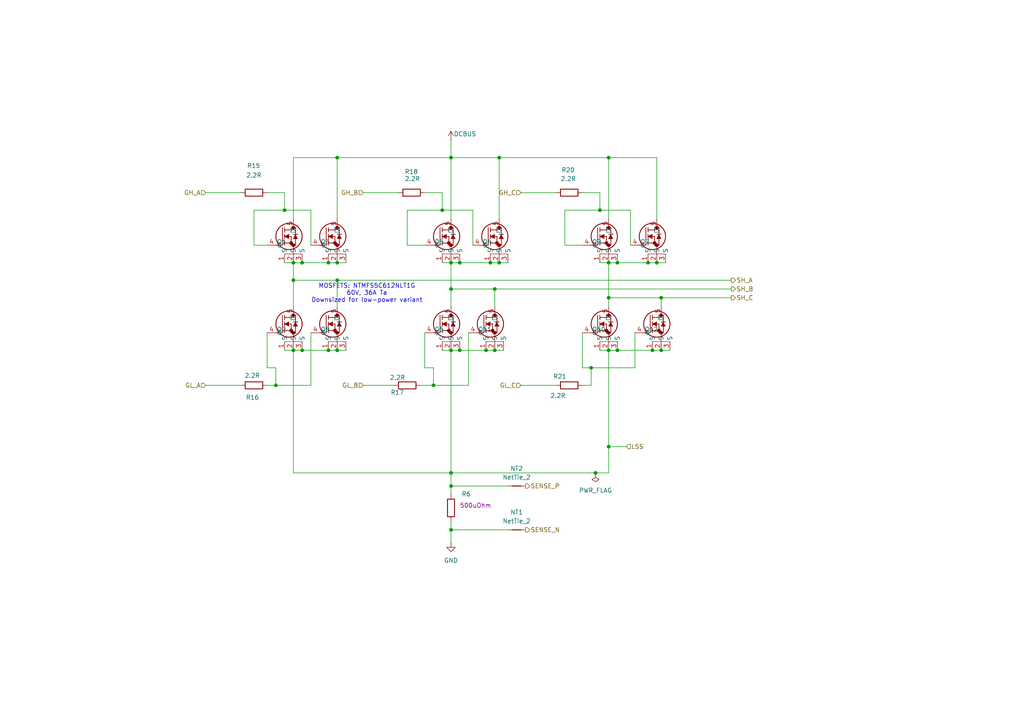
<source format=kicad_sch>
(kicad_sch (version 20231120) (generator "eeschema") (generator_version "8.0")
  (paper "A4")
  (junction (at 187.96 76.2))
  (junction (at 130.81 76.2))
  (junction (at 176.53 101.6))
  (junction (at 130.81 83.82))
  (junction (at 133.35 101.6))
  (junction (at 143.51 83.82))
  (junction (at 190.5 76.2))
  (junction (at 130.81 101.6))
  (junction (at 125.73 111.76))
  (junction (at 176.53 76.2))
  (junction (at 128.27 60.96))
  (junction (at 95.25 76.2))
  (junction (at 97.79 101.6))
  (junction (at 172.72 137.16))
  (junction (at 179.07 76.2))
  (junction (at 85.09 81.28))
  (junction (at 142.24 76.2))
  (junction (at 144.78 45.72))
  (junction (at 80.01 111.76))
  (junction (at 173.99 60.96))
  (junction (at 85.09 76.2))
  (junction (at 191.77 101.6))
  (junction (at 143.51 101.6))
  (junction (at 97.79 76.2))
  (junction (at 82.55 60.96))
  (junction (at 144.78 76.2))
  (junction (at 130.81 45.72))
  (junction (at 133.35 76.2))
  (junction (at 130.81 153.67))
  (junction (at 189.23 101.6))
  (junction (at 87.63 101.6))
  (junction (at 95.25 101.6))
  (junction (at 140.97 101.6))
  (junction (at 130.81 137.16))
  (junction (at 191.77 86.36))
  (junction (at 130.81 140.97))
  (junction (at 171.45 106.68))
  (junction (at 176.53 86.36))
  (junction (at 176.53 45.72))
  (junction (at 176.53 129.54))
  (junction (at 87.63 76.2))
  (junction (at 85.09 101.6))
  (junction (at 97.79 81.28))
  (junction (at 179.07 101.6))
  (junction (at 97.79 45.72))
  (wire (pts (xy 182.88 60.96) (xy 182.88 71.12)))
  (wire (pts (xy 176.53 101.6) (xy 176.53 129.54)))
  (wire (pts (xy 130.81 101.6) (xy 130.81 137.16)))
  (wire (pts (xy 130.81 137.16) (xy 130.81 140.97)))
  (wire (pts (xy 125.73 111.76) (xy 125.73 106.68)))
  (wire (pts (xy 130.81 45.72) (xy 144.78 45.72)))
  (wire (pts (xy 171.45 106.68) (xy 184.15 106.68)))
  (wire (pts (xy 128.27 60.96) (xy 118.11 60.96)))
  (wire (pts (xy 179.07 101.6) (xy 176.53 101.6)))
  (wire (pts (xy 130.81 140.97) (xy 147.32 140.97)))
  (wire (pts (xy 80.01 111.76) (xy 90.17 111.76)))
  (wire (pts (xy 82.55 60.96) (xy 90.17 60.96)))
  (wire (pts (xy 168.91 111.76) (xy 171.45 111.76)))
  (wire (pts (xy 143.51 83.82) (xy 212.09 83.82)))
  (wire (pts (xy 128.27 55.88) (xy 128.27 60.96)))
  (wire (pts (xy 97.79 81.28) (xy 97.79 88.9)))
  (wire (pts (xy 130.81 151.13) (xy 130.81 153.67)))
  (wire (pts (xy 143.51 83.82) (xy 143.51 88.9)))
  (wire (pts (xy 130.81 76.2) (xy 128.27 76.2)))
  (wire (pts (xy 77.47 111.76) (xy 80.01 111.76)))
  (wire (pts (xy 173.99 60.96) (xy 182.88 60.96)))
  (wire (pts (xy 77.47 106.68) (xy 80.01 106.68)))
  (wire (pts (xy 77.47 96.52) (xy 77.47 106.68)))
  (wire (pts (xy 130.81 83.82) (xy 130.81 88.9)))
  (wire (pts (xy 191.77 86.36) (xy 191.77 88.9)))
  (wire (pts (xy 189.23 101.6) (xy 191.77 101.6)))
  (wire (pts (xy 173.99 55.88) (xy 173.99 60.96)))
  (wire (pts (xy 82.55 101.6) (xy 85.09 101.6)))
  (wire (pts (xy 176.53 129.54) (xy 176.53 137.16)))
  (wire (pts (xy 151.13 55.88) (xy 161.29 55.88)))
  (wire (pts (xy 163.83 60.96) (xy 163.83 71.12)))
  (wire (pts (xy 87.63 76.2) (xy 95.25 76.2)))
  (wire (pts (xy 85.09 76.2) (xy 85.09 81.28)))
  (wire (pts (xy 133.35 76.2) (xy 142.24 76.2)))
  (wire (pts (xy 87.63 101.6) (xy 95.25 101.6)))
  (wire (pts (xy 105.41 111.76) (xy 114.3 111.76)))
  (wire (pts (xy 118.11 60.96) (xy 118.11 71.12)))
  (wire (pts (xy 87.63 101.6) (xy 85.09 101.6)))
  (wire (pts (xy 82.55 60.96) (xy 73.66 60.96)))
  (wire (pts (xy 176.53 86.36) (xy 191.77 86.36)))
  (wire (pts (xy 190.5 45.72) (xy 190.5 63.5)))
  (wire (pts (xy 97.79 45.72) (xy 97.79 63.5)))
  (wire (pts (xy 130.81 83.82) (xy 143.51 83.82)))
  (wire (pts (xy 176.53 45.72) (xy 176.53 63.5)))
  (wire (pts (xy 82.55 55.88) (xy 82.55 60.96)))
  (wire (pts (xy 85.09 81.28) (xy 97.79 81.28)))
  (wire (pts (xy 123.19 106.68) (xy 125.73 106.68)))
  (wire (pts (xy 130.81 45.72) (xy 130.81 40.64)))
  (wire (pts (xy 140.97 101.6) (xy 143.51 101.6)))
  (wire (pts (xy 130.81 140.97) (xy 130.81 143.51)))
  (wire (pts (xy 130.81 76.2) (xy 130.81 83.82)))
  (wire (pts (xy 144.78 45.72) (xy 176.53 45.72)))
  (wire (pts (xy 85.09 76.2) (xy 82.55 76.2)))
  (wire (pts (xy 97.79 101.6) (xy 100.33 101.6)))
  (wire (pts (xy 144.78 76.2) (xy 147.32 76.2)))
  (wire (pts (xy 171.45 111.76) (xy 171.45 106.68)))
  (wire (pts (xy 144.78 45.72) (xy 144.78 63.5)))
  (wire (pts (xy 123.19 55.88) (xy 128.27 55.88)))
  (wire (pts (xy 85.09 137.16) (xy 130.81 137.16)))
  (wire (pts (xy 176.53 101.6) (xy 173.99 101.6)))
  (wire (pts (xy 121.92 111.76) (xy 125.73 111.76)))
  (wire (pts (xy 130.81 153.67) (xy 130.81 157.48)))
  (wire (pts (xy 130.81 137.16) (xy 172.72 137.16)))
  (wire (pts (xy 168.91 55.88) (xy 173.99 55.88)))
  (wire (pts (xy 191.77 101.6) (xy 194.31 101.6)))
  (wire (pts (xy 80.01 106.68) (xy 80.01 111.76)))
  (wire (pts (xy 59.69 55.88) (xy 69.85 55.88)))
  (wire (pts (xy 187.96 76.2) (xy 190.5 76.2)))
  (wire (pts (xy 97.79 76.2) (xy 100.33 76.2)))
  (wire (pts (xy 73.66 60.96) (xy 73.66 71.12)))
  (wire (pts (xy 77.47 55.88) (xy 82.55 55.88)))
  (wire (pts (xy 73.66 71.12) (xy 77.47 71.12)))
  (wire (pts (xy 97.79 81.28) (xy 212.09 81.28)))
  (wire (pts (xy 97.79 45.72) (xy 130.81 45.72)))
  (wire (pts (xy 176.53 45.72) (xy 190.5 45.72)))
  (wire (pts (xy 133.35 76.2) (xy 130.81 76.2)))
  (wire (pts (xy 173.99 60.96) (xy 163.83 60.96)))
  (wire (pts (xy 85.09 81.28) (xy 85.09 88.9)))
  (wire (pts (xy 128.27 60.96) (xy 137.16 60.96)))
  (wire (pts (xy 142.24 76.2) (xy 144.78 76.2)))
  (wire (pts (xy 135.89 96.52) (xy 135.89 111.76)))
  (wire (pts (xy 176.53 76.2) (xy 173.99 76.2)))
  (wire (pts (xy 179.07 76.2) (xy 187.96 76.2)))
  (wire (pts (xy 90.17 60.96) (xy 90.17 71.12)))
  (wire (pts (xy 168.91 96.52) (xy 168.91 106.68)))
  (wire (pts (xy 85.09 63.5) (xy 85.09 45.72)))
  (wire (pts (xy 95.25 101.6) (xy 97.79 101.6)))
  (wire (pts (xy 125.73 111.76) (xy 135.89 111.76)))
  (wire (pts (xy 179.07 101.6) (xy 189.23 101.6)))
  (wire (pts (xy 95.25 76.2) (xy 97.79 76.2)))
  (wire (pts (xy 130.81 153.67) (xy 147.32 153.67)))
  (wire (pts (xy 90.17 111.76) (xy 90.17 96.52)))
  (wire (pts (xy 168.91 106.68) (xy 171.45 106.68)))
  (wire (pts (xy 85.09 101.6) (xy 85.09 137.16)))
  (wire (pts (xy 85.09 45.72) (xy 97.79 45.72)))
  (wire (pts (xy 151.13 111.76) (xy 161.29 111.76)))
  (wire (pts (xy 172.72 137.16) (xy 176.53 137.16)))
  (wire (pts (xy 163.83 71.12) (xy 168.91 71.12)))
  (wire (pts (xy 59.69 111.76) (xy 69.85 111.76)))
  (wire (pts (xy 118.11 71.12) (xy 123.19 71.12)))
  (wire (pts (xy 181.61 129.54) (xy 176.53 129.54)))
  (wire (pts (xy 176.53 76.2) (xy 176.53 86.36)))
  (wire (pts (xy 143.51 101.6) (xy 146.05 101.6)))
  (wire (pts (xy 191.77 86.36) (xy 212.09 86.36)))
  (wire (pts (xy 123.19 96.52) (xy 123.19 106.68)))
  (wire (pts (xy 137.16 60.96) (xy 137.16 71.12)))
  (wire (pts (xy 133.35 101.6) (xy 130.81 101.6)))
  (wire (pts (xy 130.81 101.6) (xy 128.27 101.6)))
  (wire (pts (xy 190.5 76.2) (xy 193.04 76.2)))
  (wire (pts (xy 105.41 55.88) (xy 115.57 55.88)))
  (wire (pts (xy 133.35 101.6) (xy 140.97 101.6)))
  (wire (pts (xy 176.53 76.2) (xy 179.07 76.2)))
  (wire (pts (xy 176.53 86.36) (xy 176.53 88.9)))
  (wire (pts (xy 130.81 45.72) (xy 130.81 63.5)))
  (wire (pts (xy 85.09 76.2) (xy 87.63 76.2)))
  (wire (pts (xy 184.15 96.52) (xy 184.15 106.68)))
  (text "MOSFETS: NTMFS5C612NLT1G\n60V, 36A Ta\nDownsized for low-power variant" (at 106.426 87.884 0) (effects (font (size 1.27 1.27)) (justify bottom)))
  (hierarchical_label "GL_C" (shape input) (at 151.13 111.76 180))
  (hierarchical_label "GL_B" (shape input) (at 105.41 111.76 180))
  (hierarchical_label "LSS" (shape input) (at 181.61 129.54 0))
  (hierarchical_label "GH_B" (shape input) (at 105.41 55.88 180))
  (hierarchical_label "SENSE_N" (shape output) (at 152.4 153.67 0))
  (hierarchical_label "SENSE_P" (shape output) (at 152.4 140.97 0))
  (hierarchical_label "GL_A" (shape input) (at 59.69 111.76 180))
  (hierarchical_label "SH_A" (shape output) (at 212.09 81.28 0))
  (hierarchical_label "GH_C" (shape input) (at 151.13 55.88 180))
  (hierarchical_label "SH_B" (shape output) (at 212.09 83.82 0))
  (hierarchical_label "SH_C" (shape output) (at 212.09 86.36 0))
  (hierarchical_label "GH_A" (shape input) (at 59.69 55.88 180))
  (symbol (lib_name "NTMFS5C612NLT1G_3") (lib_id "2024-07-02_05-47-45:NTMFS5C612NLT1G") (at 77.47 71.12 0) (unit 1)
    (property "Reference" "Q1" (at 80.264 70.866 0) (effects (justify left bottom)))
    (property "Footprint" "Package_SO:ONSemi_SO-8FL_488AA" (effects (hide yes)))
    (property "Datasheet" "NTMFS5C612NLT1G" (effects (hide yes)))
    (property "Description" "MOSFET N-CH 30V 13A SO8FL" (effects (hide yes)))
    (property "SUPPLIER 1" "Digi-Key" (effects (hide yes)))
    (property "SUPPLIER PART NUMBER 1" "NTMFS4935NT1GOSCT-ND" (effects (hide yes)))
    (property "MANUFACTURER" "ON Semiconductor" (effects (hide yes)))
    (property "ROHS" "RoHS Compliant" (effects (hide yes)))
    (property "CATEGORY" "Discrete Semiconductor Products" (effects (hide yes)))
    (property "STOCK 1" "932" (effects (hide yes)))
    (property "PRICING 1" "1=0.61, 10=0.541, 100=0.4145, 500=0.3277 (USD)" (effects (hide yes)))
    (property "PACKAGING" "Cut Tape (CT)" (effects (hide yes)))
    (property "PART STATUS" "Active" (effects (hide yes)))
    (property "FET TYPE" "N-Channel" (effects (hide yes)))
    (property "TECHNOLOGY" "MOSFET (Metal Oxide)" (effects (hide yes)))
    (property "DRAIN TO SOURCE VOLTAGE (VDSS)" "30V" (effects (hide yes)))
    (property "CURRENT - CONTINUOUS DRAIN (ID) @ 25°C" "13A (Ta), 93A (Tc)" (effects (hide yes)))
    (property "DRIVE VOLTAGE (MAX RDS ON,  MIN RDS ON)" "4.5V, 10V" (effects (hide yes)))
    (property "VGS(TH) (MAX) @ ID" "2.2V @ 250µA" (effects (hide yes)))
    (property "GATE CHARGE (QG) (MAX) @ VGS" "49.4nC @ 10V" (effects (hide yes)))
    (property "INPUT CAPACITANCE (CISS) (MAX) @ VDS" "4850pF @ 15V" (effects (hide yes)))
    (property "VGS (MAX)" "±20V" (effects (hide yes)))
    (property "FET FEATURE" "-" (effects (hide yes)))
    (property "POWER DISSIPATION (MAX)" "930mW (Ta), 48W (Tc)" (effects (hide yes)))
    (property "RDS ON (MAX) @ ID, VGS" "3.2 mOhm @ 30A, 10V" (effects (hide yes)))
    (property "OPERATING TEMPERATURE" "-55°C ~ 150°C (TJ)" (effects (hide yes)))
    (property "MOUNTING TYPE" "Surface Mount" (effects (hide yes)))
    (property "SUPPLIER DEVICE PACKAGE" "5-DFN (5x6) (8-SOFL)" (effects (hide yes)))
    (property "PACKAGE / CASE" "8-PowerTDFN, 5 Leads" (effects (hide yes)))
    (property "COMPONENTLINK1URL" "http://www.onsemi.com/pub_link/Collateral/NTMFS4935N-D.PDF" (effects (hide yes)))
    (property "COMPONENTLINK1DESCRIPTION" "http://www.onsemi.com/pub_link/Collateral/NTMFS4935N-D.PDF" (effects (hide yes)))
    (property "MANUFACTURER PART NUMBER" "NTMFS4935NT1G" (effects (hide yes)))
    (property "LCSC Part #" "C348543" (effects (hide yes)))
  )
  (symbol (lib_name "NTMFS5C612NLT1G_3") (lib_id "2024-07-02_05-47-45:NTMFS5C612NLT1G") (at 90.17 96.52 0) (unit 1)
    (property "Reference" "Q8" (at 92.964 96.266 0) (effects (justify left bottom)))
    (property "Footprint" "Package_SO:ONSemi_SO-8FL_488AA" (effects (hide yes)))
    (property "Datasheet" "NTMFS5C612NLT1G" (effects (hide yes)))
    (property "Description" "MOSFET N-CH 30V 13A SO8FL" (effects (hide yes)))
    (property "SUPPLIER 1" "Digi-Key" (effects (hide yes)))
    (property "SUPPLIER PART NUMBER 1" "NTMFS4935NT1GOSCT-ND" (effects (hide yes)))
    (property "MANUFACTURER" "ON Semiconductor" (effects (hide yes)))
    (property "ROHS" "RoHS Compliant" (effects (hide yes)))
    (property "CATEGORY" "Discrete Semiconductor Products" (effects (hide yes)))
    (property "STOCK 1" "932" (effects (hide yes)))
    (property "PRICING 1" "1=0.61, 10=0.541, 100=0.4145, 500=0.3277 (USD)" (effects (hide yes)))
    (property "PACKAGING" "Cut Tape (CT)" (effects (hide yes)))
    (property "PART STATUS" "Active" (effects (hide yes)))
    (property "FET TYPE" "N-Channel" (effects (hide yes)))
    (property "TECHNOLOGY" "MOSFET (Metal Oxide)" (effects (hide yes)))
    (property "DRAIN TO SOURCE VOLTAGE (VDSS)" "30V" (effects (hide yes)))
    (property "CURRENT - CONTINUOUS DRAIN (ID) @ 25°C" "13A (Ta), 93A (Tc)" (effects (hide yes)))
    (property "DRIVE VOLTAGE (MAX RDS ON,  MIN RDS ON)" "4.5V, 10V" (effects (hide yes)))
    (property "VGS(TH) (MAX) @ ID" "2.2V @ 250µA" (effects (hide yes)))
    (property "GATE CHARGE (QG) (MAX) @ VGS" "49.4nC @ 10V" (effects (hide yes)))
    (property "INPUT CAPACITANCE (CISS) (MAX) @ VDS" "4850pF @ 15V" (effects (hide yes)))
    (property "VGS (MAX)" "±20V" (effects (hide yes)))
    (property "FET FEATURE" "-" (effects (hide yes)))
    (property "POWER DISSIPATION (MAX)" "930mW (Ta), 48W (Tc)" (effects (hide yes)))
    (property "RDS ON (MAX) @ ID, VGS" "3.2 mOhm @ 30A, 10V" (effects (hide yes)))
    (property "OPERATING TEMPERATURE" "-55°C ~ 150°C (TJ)" (effects (hide yes)))
    (property "MOUNTING TYPE" "Surface Mount" (effects (hide yes)))
    (property "SUPPLIER DEVICE PACKAGE" "5-DFN (5x6) (8-SOFL)" (effects (hide yes)))
    (property "PACKAGE / CASE" "8-PowerTDFN, 5 Leads" (effects (hide yes)))
    (property "COMPONENTLINK1URL" "http://www.onsemi.com/pub_link/Collateral/NTMFS4935N-D.PDF" (effects (hide yes)))
    (property "COMPONENTLINK1DESCRIPTION" "http://www.onsemi.com/pub_link/Collateral/NTMFS4935N-D.PDF" (effects (hide yes)))
    (property "MANUFACTURER PART NUMBER" "NTMFS4935NT1G" (effects (hide yes)))
    (property "LCSC Part #" "C348543" (effects (hide yes)))
  )
  (symbol (lib_id "Device:R") (at 165.1 111.76 90) (unit 1)
    (property "Reference" "R21" (at 164.338 108.458 90) (effects (justify left bottom)))
    (property "Value" "2.2R" (at 164.084 114.046 90) (effects (justify left bottom)))
    (property "Footprint" "Resistor_SMD:R_0603_1608Metric" (effects (hide yes)))
    (property "Description" "RES SMD 2.2 OHM 1% 1/10W 0603" (effects (hide yes)))
    (property "SUPPLIER 1" "Digi-Key" (effects (hide yes)))
    (property "SUPPLIER PART NUMBER 1" "311-2.2HRCT-ND" (effects (hide yes)))
    (property "MANUFACTURER" "Yageo" (effects (hide yes)))
    (property "MANUFACTURER PART NUMBER" "RC0603FR-072R2L" (effects (hide yes)))
    (property "ROHS" "RoHS Compliant" (effects (hide yes)))
    (property "CATEGORY" "Resistors" (effects (hide yes)))
    (property "STOCK 1" "16531" (effects (hide yes)))
    (property "PRICING 1" "1=0.1, 10=0.02, 25=0.0144, 100=0.0082, 250=0.00624, 500=0.00498, 1000=0.00367, 2500=0.00319 (USD)" (effects (hide yes)))
    (property "PACKAGING" "Cut Tape (CT)" (effects (hide yes)))
    (property "RESISTANCE (OHMS)" "2.2" (effects (hide yes)))
    (property "TOLERANCE" "±1%" (effects (hide yes)))
    (property "POWER (WATTS)" "0.1W, 1/10W" (effects (hide yes)))
    (property "COMPOSITION" "Thick Film" (effects (hide yes)))
    (property "FEATURES" "Moisture Resistant" (effects (hide yes)))
    (property "TEMPERATURE COEFFICIENT" "±200ppm/°C" (effects (hide yes)))
    (property "OPERATING TEMPERATURE" "-55°C ~ 155°C" (effects (hide yes)))
    (property "PACKAGE / CASE" "0603 (1608 Metric)" (effects (hide yes)))
    (property "SUPPLIER DEVICE PACKAGE" "0603" (effects (hide yes)))
    (property "SIZE / DIMENSION" "0.063\" L x 0.031\" W (1.60mm x 0.80mm)" (effects (hide yes)))
    (property "HEIGHT" "0.022\" (0.55mm)" (effects (hide yes)))
    (property "NUMBER OF TERMINATIONS" "2" (effects (hide yes)))
    (property "COMPONENTLINK1URL" "http://www.yageo.com/documents/recent/PYu-RC_Group_51_RoHS_L_04.pdf" (effects (hide yes)))
    (property "COMPONENTLINK1DESCRIPTION" "http://www.yageo.com/documents/recent/PYu-RC_Group_51_RoHS_L_04.pdf" (effects (hide yes)))
    (property "LCSC Part #" "C112307" (effects (hide yes)))
  )
  (symbol (lib_id "Device:R") (at 130.81 147.32 0) (unit 1)
    (property "Reference" "R6" (at 133.858 144.018 0) (effects (justify left bottom)))
    (property "Value" "500uOhm" (effects (hide yes)))
    (property "Footprint" "Resistor_SMD:R_2512_6332Metric" (effects (hide yes)))
    (property "Description" "RES SMD 0.0005 OHM 1% 3W 2512" (effects (hide yes)))
    (property "ALTIUM_VALUE" "500uOhm" (at 133.35 147.32 0) (effects (justify left bottom)))
    (property "SUPPLIER 1" "Digi-Key" (effects (hide yes)))
    (property "SUPPLIER PART NUMBER 1" "696-1183-2-ND" (effects (hide yes)))
    (property "MANUFACTURER" "Riedon" (effects (hide yes)))
    (property "ROHS" "RoHS Compliant" (effects (hide yes)))
    (property "CATEGORY" "Resistors" (effects (hide yes)))
    (property "STOCK" "2000" (effects (hide yes)))
    (property "PRICING 1" "2000=0.19817, 6000=0.1937, 10000=0.187, 50000=0.18148 (USD)" (effects (hide yes)))
    (property "PACKAGING" "Tape & Reel (TR)" (effects (hide yes)))
    (property "PART STATUS" "Active" (effects (hide yes)))
    (property "TOLERANCE" "±1%" (effects (hide yes)))
    (property "POWER (WATTS)" "3W" (effects (hide yes)))
    (property "COMPOSITION" "Metal Element" (effects (hide yes)))
    (property "FEATURES" "Current Sense" (effects (hide yes)))
    (property "TEMPERATURE COEFFICIENT" "±100ppm/°C" (effects (hide yes)))
    (property "OPERATING TEMPERATURE" "-55°C ~ 170°C" (effects (hide yes)))
    (property "PACKAGE / CASE" "2512 (6432 Metric)" (effects (hide yes)))
    (property "SUPPLIER DEVICE PACKAGE" "2512" (effects (hide yes)))
    (property "SIZE / DIMENSION" "0.250\" L x 0.118\" W (6.35mm x 3.00mm)" (effects (hide yes)))
    (property "HEIGHT - SEATED (MAX)" "0.057\" (1.45mm)" (effects (hide yes)))
    (property "FAILURE RATE" "-" (effects (hide yes)))
    (property "COMPONENTLINK1URL" "http://riedon.com/media/pdf/CSR.pdf" (effects (hide yes)))
    (property "COMPONENTLINK1DESCRIPTION" "http://riedon.com/media/pdf/CSR.pdf" (effects (hide yes)))
    (property "SUPPLIER 2" "Digi-Key" (effects (hide yes)))
    (property "SUPPLIER PART NUMBER 2" "696-1183-1-ND" (effects (hide yes)))
    (property "PRICING 2" "1=0.69, 10=0.574, 25=0.4916, 50=0.4426, 100=0.3852, 250=0.3442, 500=0.27864, 1000=0.22536 (USD)" (effects (hide yes)))
    (property "MANUFACTURER PART NUMBER" "CSR2512C0R0005F" (effects (hide yes)))
    (property "LCSC Part #" "C500733 " (effects (hide yes)))
  )
  (symbol (lib_name "NTMFS5C612NLT1G_3") (lib_id "2024-07-02_05-47-45:NTMFS5C612NLT1G") (at 182.88 71.12 0) (unit 1)
    (property "Reference" "Q7" (at 185.674 70.866 0) (effects (justify left bottom)))
    (property "Footprint" "Package_SO:ONSemi_SO-8FL_488AA" (effects (hide yes)))
    (property "Datasheet" "NTMFS5C612NLT1G" (effects (hide yes)))
    (property "Description" "MOSFET N-CH 30V 13A SO8FL" (effects (hide yes)))
    (property "SUPPLIER 1" "Digi-Key" (effects (hide yes)))
    (property "SUPPLIER PART NUMBER 1" "NTMFS4935NT1GOSCT-ND" (effects (hide yes)))
    (property "MANUFACTURER" "ON Semiconductor" (effects (hide yes)))
    (property "ROHS" "RoHS Compliant" (effects (hide yes)))
    (property "CATEGORY" "Discrete Semiconductor Products" (effects (hide yes)))
    (property "STOCK 1" "932" (effects (hide yes)))
    (property "PRICING 1" "1=0.61, 10=0.541, 100=0.4145, 500=0.3277 (USD)" (effects (hide yes)))
    (property "PACKAGING" "Cut Tape (CT)" (effects (hide yes)))
    (property "PART STATUS" "Active" (effects (hide yes)))
    (property "FET TYPE" "N-Channel" (effects (hide yes)))
    (property "TECHNOLOGY" "MOSFET (Metal Oxide)" (effects (hide yes)))
    (property "DRAIN TO SOURCE VOLTAGE (VDSS)" "30V" (effects (hide yes)))
    (property "CURRENT - CONTINUOUS DRAIN (ID) @ 25°C" "13A (Ta), 93A (Tc)" (effects (hide yes)))
    (property "DRIVE VOLTAGE (MAX RDS ON,  MIN RDS ON)" "4.5V, 10V" (effects (hide yes)))
    (property "VGS(TH) (MAX) @ ID" "2.2V @ 250µA" (effects (hide yes)))
    (property "GATE CHARGE (QG) (MAX) @ VGS" "49.4nC @ 10V" (effects (hide yes)))
    (property "INPUT CAPACITANCE (CISS) (MAX) @ VDS" "4850pF @ 15V" (effects (hide yes)))
    (property "VGS (MAX)" "±20V" (effects (hide yes)))
    (property "FET FEATURE" "-" (effects (hide yes)))
    (property "POWER DISSIPATION (MAX)" "930mW (Ta), 48W (Tc)" (effects (hide yes)))
    (property "RDS ON (MAX) @ ID, VGS" "3.2 mOhm @ 30A, 10V" (effects (hide yes)))
    (property "OPERATING TEMPERATURE" "-55°C ~ 150°C (TJ)" (effects (hide yes)))
    (property "MOUNTING TYPE" "Surface Mount" (effects (hide yes)))
    (property "SUPPLIER DEVICE PACKAGE" "5-DFN (5x6) (8-SOFL)" (effects (hide yes)))
    (property "PACKAGE / CASE" "8-PowerTDFN, 5 Leads" (effects (hide yes)))
    (property "COMPONENTLINK1URL" "http://www.onsemi.com/pub_link/Collateral/NTMFS4935N-D.PDF" (effects (hide yes)))
    (property "COMPONENTLINK1DESCRIPTION" "http://www.onsemi.com/pub_link/Collateral/NTMFS4935N-D.PDF" (effects (hide yes)))
    (property "MANUFACTURER PART NUMBER" "NTMFS4935NT1G" (effects (hide yes)))
    (property "LCSC Part #" "C348543" (effects (hide yes)))
  )
  (symbol (lib_id "Device:R") (at 165.1 55.88 270) (unit 1)
    (property "Reference" "R20" (at 162.814 50.038 90) (effects (justify left bottom)))
    (property "Value" "2.2R" (at 162.56 52.578 90) (effects (justify left bottom)))
    (property "Footprint" "Resistor_SMD:R_0603_1608Metric" (effects (hide yes)))
    (property "Description" "RES SMD 2.2 OHM 1% 1/10W 0603" (effects (hide yes)))
    (property "SUPPLIER 1" "Digi-Key" (effects (hide yes)))
    (property "SUPPLIER PART NUMBER 1" "311-2.2HRCT-ND" (effects (hide yes)))
    (property "MANUFACTURER" "Yageo" (effects (hide yes)))
    (property "MANUFACTURER PART NUMBER" "RC0603FR-072R2L" (effects (hide yes)))
    (property "ROHS" "RoHS Compliant" (effects (hide yes)))
    (property "CATEGORY" "Resistors" (effects (hide yes)))
    (property "STOCK 1" "16531" (effects (hide yes)))
    (property "PRICING 1" "1=0.1, 10=0.02, 25=0.0144, 100=0.0082, 250=0.00624, 500=0.00498, 1000=0.00367, 2500=0.00319 (USD)" (effects (hide yes)))
    (property "PACKAGING" "Cut Tape (CT)" (effects (hide yes)))
    (property "RESISTANCE (OHMS)" "2.2" (effects (hide yes)))
    (property "TOLERANCE" "±1%" (effects (hide yes)))
    (property "POWER (WATTS)" "0.1W, 1/10W" (effects (hide yes)))
    (property "COMPOSITION" "Thick Film" (effects (hide yes)))
    (property "FEATURES" "Moisture Resistant" (effects (hide yes)))
    (property "TEMPERATURE COEFFICIENT" "±200ppm/°C" (effects (hide yes)))
    (property "OPERATING TEMPERATURE" "-55°C ~ 155°C" (effects (hide yes)))
    (property "PACKAGE / CASE" "0603 (1608 Metric)" (effects (hide yes)))
    (property "SUPPLIER DEVICE PACKAGE" "0603" (effects (hide yes)))
    (property "SIZE / DIMENSION" "0.063\" L x 0.031\" W (1.60mm x 0.80mm)" (effects (hide yes)))
    (property "HEIGHT" "0.022\" (0.55mm)" (effects (hide yes)))
    (property "NUMBER OF TERMINATIONS" "2" (effects (hide yes)))
    (property "COMPONENTLINK1URL" "http://www.yageo.com/documents/recent/PYu-RC_Group_51_RoHS_L_04.pdf" (effects (hide yes)))
    (property "COMPONENTLINK1DESCRIPTION" "http://www.yageo.com/documents/recent/PYu-RC_Group_51_RoHS_L_04.pdf" (effects (hide yes)))
    (property "LCSC Part #" "C112307" (effects (hide yes)))
  )
  (symbol (lib_id "Device:R") (at 73.66 55.88 270) (unit 1)
    (property "Reference" "R15" (at 71.628 48.768 90) (effects (justify left bottom)))
    (property "Value" "2.2R" (at 71.374 51.562 90) (effects (justify left bottom)))
    (property "Footprint" "Resistor_SMD:R_0603_1608Metric" (effects (hide yes)))
    (property "Description" "RES SMD 2.2 OHM 1% 1/10W 0603" (effects (hide yes)))
    (property "SUPPLIER 1" "Digi-Key" (effects (hide yes)))
    (property "SUPPLIER PART NUMBER 1" "311-2.2HRCT-ND" (effects (hide yes)))
    (property "MANUFACTURER" "Yageo" (effects (hide yes)))
    (property "MANUFACTURER PART NUMBER" "RC0603FR-072R2L" (effects (hide yes)))
    (property "ROHS" "RoHS Compliant" (effects (hide yes)))
    (property "CATEGORY" "Resistors" (effects (hide yes)))
    (property "STOCK 1" "16531" (effects (hide yes)))
    (property "PRICING 1" "1=0.1, 10=0.02, 25=0.0144, 100=0.0082, 250=0.00624, 500=0.00498, 1000=0.00367, 2500=0.00319 (USD)" (effects (hide yes)))
    (property "PACKAGING" "Cut Tape (CT)" (effects (hide yes)))
    (property "RESISTANCE (OHMS)" "2.2" (effects (hide yes)))
    (property "TOLERANCE" "±1%" (effects (hide yes)))
    (property "POWER (WATTS)" "0.1W, 1/10W" (effects (hide yes)))
    (property "COMPOSITION" "Thick Film" (effects (hide yes)))
    (property "FEATURES" "Moisture Resistant" (effects (hide yes)))
    (property "TEMPERATURE COEFFICIENT" "±200ppm/°C" (effects (hide yes)))
    (property "OPERATING TEMPERATURE" "-55°C ~ 155°C" (effects (hide yes)))
    (property "PACKAGE / CASE" "0603 (1608 Metric)" (effects (hide yes)))
    (property "SUPPLIER DEVICE PACKAGE" "0603" (effects (hide yes)))
    (property "SIZE / DIMENSION" "0.063\" L x 0.031\" W (1.60mm x 0.80mm)" (effects (hide yes)))
    (property "HEIGHT" "0.022\" (0.55mm)" (effects (hide yes)))
    (property "NUMBER OF TERMINATIONS" "2" (effects (hide yes)))
    (property "COMPONENTLINK1URL" "http://www.yageo.com/documents/recent/PYu-RC_Group_51_RoHS_L_04.pdf" (effects (hide yes)))
    (property "COMPONENTLINK1DESCRIPTION" "http://www.yageo.com/documents/recent/PYu-RC_Group_51_RoHS_L_04.pdf" (effects (hide yes)))
    (property "LCSC Part #" "C112307" (effects (hide yes)))
  )
  (symbol (lib_name "NTMFS5C612NLT1G_3") (lib_id "2024-07-02_05-47-45:NTMFS5C612NLT1G") (at 184.15 96.52 0) (unit 1)
    (property "Reference" "Q12" (at 186.944 96.266 0) (effects (justify left bottom)))
    (property "Footprint" "Package_SO:ONSemi_SO-8FL_488AA" (effects (hide yes)))
    (property "Datasheet" "NTMFS5C612NLT1G" (effects (hide yes)))
    (property "Description" "MOSFET N-CH 30V 13A SO8FL" (effects (hide yes)))
    (property "SUPPLIER 1" "Digi-Key" (effects (hide yes)))
    (property "SUPPLIER PART NUMBER 1" "NTMFS4935NT1GOSCT-ND" (effects (hide yes)))
    (property "MANUFACTURER" "ON Semiconductor" (effects (hide yes)))
    (property "ROHS" "RoHS Compliant" (effects (hide yes)))
    (property "CATEGORY" "Discrete Semiconductor Products" (effects (hide yes)))
    (property "STOCK 1" "932" (effects (hide yes)))
    (property "PRICING 1" "1=0.61, 10=0.541, 100=0.4145, 500=0.3277 (USD)" (effects (hide yes)))
    (property "PACKAGING" "Cut Tape (CT)" (effects (hide yes)))
    (property "PART STATUS" "Active" (effects (hide yes)))
    (property "FET TYPE" "N-Channel" (effects (hide yes)))
    (property "TECHNOLOGY" "MOSFET (Metal Oxide)" (effects (hide yes)))
    (property "DRAIN TO SOURCE VOLTAGE (VDSS)" "30V" (effects (hide yes)))
    (property "CURRENT - CONTINUOUS DRAIN (ID) @ 25°C" "13A (Ta), 93A (Tc)" (effects (hide yes)))
    (property "DRIVE VOLTAGE (MAX RDS ON,  MIN RDS ON)" "4.5V, 10V" (effects (hide yes)))
    (property "VGS(TH) (MAX) @ ID" "2.2V @ 250µA" (effects (hide yes)))
    (property "GATE CHARGE (QG) (MAX) @ VGS" "49.4nC @ 10V" (effects (hide yes)))
    (property "INPUT CAPACITANCE (CISS) (MAX) @ VDS" "4850pF @ 15V" (effects (hide yes)))
    (property "VGS (MAX)" "±20V" (effects (hide yes)))
    (property "FET FEATURE" "-" (effects (hide yes)))
    (property "POWER DISSIPATION (MAX)" "930mW (Ta), 48W (Tc)" (effects (hide yes)))
    (property "RDS ON (MAX) @ ID, VGS" "3.2 mOhm @ 30A, 10V" (effects (hide yes)))
    (property "OPERATING TEMPERATURE" "-55°C ~ 150°C (TJ)" (effects (hide yes)))
    (property "MOUNTING TYPE" "Surface Mount" (effects (hide yes)))
    (property "SUPPLIER DEVICE PACKAGE" "5-DFN (5x6) (8-SOFL)" (effects (hide yes)))
    (property "PACKAGE / CASE" "8-PowerTDFN, 5 Leads" (effects (hide yes)))
    (property "COMPONENTLINK1URL" "http://www.onsemi.com/pub_link/Collateral/NTMFS4935N-D.PDF" (effects (hide yes)))
    (property "COMPONENTLINK1DESCRIPTION" "http://www.onsemi.com/pub_link/Collateral/NTMFS4935N-D.PDF" (effects (hide yes)))
    (property "MANUFACTURER PART NUMBER" "NTMFS4935NT1G" (effects (hide yes)))
    (property "LCSC Part #" "C348543" (effects (hide yes)))
  )
  (symbol (lib_id "Device:R") (at 119.38 55.88 270) (unit 1)
    (property "Reference" "R18" (at 117.348 50.546 90) (effects (justify left bottom)))
    (property "Value" "2.2R" (at 117.348 52.578 90) (effects (justify left bottom)))
    (property "Footprint" "Resistor_SMD:R_0603_1608Metric" (effects (hide yes)))
    (property "Description" "RES SMD 2.2 OHM 1% 1/10W 0603" (effects (hide yes)))
    (property "SUPPLIER 1" "Digi-Key" (effects (hide yes)))
    (property "SUPPLIER PART NUMBER 1" "311-2.2HRCT-ND" (effects (hide yes)))
    (property "MANUFACTURER" "Yageo" (effects (hide yes)))
    (property "MANUFACTURER PART NUMBER" "RC0603FR-072R2L" (effects (hide yes)))
    (property "ROHS" "RoHS Compliant" (effects (hide yes)))
    (property "CATEGORY" "Resistors" (effects (hide yes)))
    (property "STOCK 1" "16531" (effects (hide yes)))
    (property "PRICING 1" "1=0.1, 10=0.02, 25=0.0144, 100=0.0082, 250=0.00624, 500=0.00498, 1000=0.00367, 2500=0.00319 (USD)" (effects (hide yes)))
    (property "PACKAGING" "Cut Tape (CT)" (effects (hide yes)))
    (property "RESISTANCE (OHMS)" "2.2" (effects (hide yes)))
    (property "TOLERANCE" "±1%" (effects (hide yes)))
    (property "POWER (WATTS)" "0.1W, 1/10W" (effects (hide yes)))
    (property "COMPOSITION" "Thick Film" (effects (hide yes)))
    (property "FEATURES" "Moisture Resistant" (effects (hide yes)))
    (property "TEMPERATURE COEFFICIENT" "±200ppm/°C" (effects (hide yes)))
    (property "OPERATING TEMPERATURE" "-55°C ~ 155°C" (effects (hide yes)))
    (property "PACKAGE / CASE" "0603 (1608 Metric)" (effects (hide yes)))
    (property "SUPPLIER DEVICE PACKAGE" "0603" (effects (hide yes)))
    (property "SIZE / DIMENSION" "0.063\" L x 0.031\" W (1.60mm x 0.80mm)" (effects (hide yes)))
    (property "HEIGHT" "0.022\" (0.55mm)" (effects (hide yes)))
    (property "NUMBER OF TERMINATIONS" "2" (effects (hide yes)))
    (property "COMPONENTLINK1URL" "http://www.yageo.com/documents/recent/PYu-RC_Group_51_RoHS_L_04.pdf" (effects (hide yes)))
    (property "COMPONENTLINK1DESCRIPTION" "http://www.yageo.com/documents/recent/PYu-RC_Group_51_RoHS_L_04.pdf" (effects (hide yes)))
    (property "LCSC Part #" "C112307" (effects (hide yes)))
  )
  (symbol (lib_name "NTMFS5C612NLT1G_2") (lib_id "2024-07-02_05-47-45:NTMFS5C612NLT1G") (at 123.19 71.12 0) (unit 1)
    (property "Reference" "Q5" (at 125.984 70.866 0) (effects (justify left bottom)))
    (property "Footprint" "Package_SO:ONSemi_SO-8FL_488AA" (effects (hide yes)))
    (property "Datasheet" "NTMFS5C612NLT1G" (effects (hide yes)))
    (property "Description" "MOSFET N-CH 30V 13A SO8FL" (effects (hide yes)))
    (property "SUPPLIER 1" "Digi-Key" (effects (hide yes)))
    (property "SUPPLIER PART NUMBER 1" "NTMFS4935NT1GOSCT-ND" (effects (hide yes)))
    (property "MANUFACTURER" "ON Semiconductor" (effects (hide yes)))
    (property "ROHS" "RoHS Compliant" (effects (hide yes)))
    (property "CATEGORY" "Discrete Semiconductor Products" (effects (hide yes)))
    (property "STOCK 1" "932" (effects (hide yes)))
    (property "PRICING 1" "1=0.61, 10=0.541, 100=0.4145, 500=0.3277 (USD)" (effects (hide yes)))
    (property "PACKAGING" "Cut Tape (CT)" (effects (hide yes)))
    (property "PART STATUS" "Active" (effects (hide yes)))
    (property "FET TYPE" "N-Channel" (effects (hide yes)))
    (property "TECHNOLOGY" "MOSFET (Metal Oxide)" (effects (hide yes)))
    (property "DRAIN TO SOURCE VOLTAGE (VDSS)" "30V" (effects (hide yes)))
    (property "CURRENT - CONTINUOUS DRAIN (ID) @ 25°C" "13A (Ta), 93A (Tc)" (effects (hide yes)))
    (property "DRIVE VOLTAGE (MAX RDS ON,  MIN RDS ON)" "4.5V, 10V" (effects (hide yes)))
    (property "VGS(TH) (MAX) @ ID" "2.2V @ 250µA" (effects (hide yes)))
    (property "GATE CHARGE (QG) (MAX) @ VGS" "49.4nC @ 10V" (effects (hide yes)))
    (property "INPUT CAPACITANCE (CISS) (MAX) @ VDS" "4850pF @ 15V" (effects (hide yes)))
    (property "VGS (MAX)" "±20V" (effects (hide yes)))
    (property "FET FEATURE" "-" (effects (hide yes)))
    (property "POWER DISSIPATION (MAX)" "930mW (Ta), 48W (Tc)" (effects (hide yes)))
    (property "RDS ON (MAX) @ ID, VGS" "3.2 mOhm @ 30A, 10V" (effects (hide yes)))
    (property "OPERATING TEMPERATURE" "-55°C ~ 150°C (TJ)" (effects (hide yes)))
    (property "MOUNTING TYPE" "Surface Mount" (effects (hide yes)))
    (property "SUPPLIER DEVICE PACKAGE" "5-DFN (5x6) (8-SOFL)" (effects (hide yes)))
    (property "PACKAGE / CASE" "8-PowerTDFN, 5 Leads" (effects (hide yes)))
    (property "COMPONENTLINK1URL" "http://www.onsemi.com/pub_link/Collateral/NTMFS4935N-D.PDF" (effects (hide yes)))
    (property "COMPONENTLINK1DESCRIPTION" "http://www.onsemi.com/pub_link/Collateral/NTMFS4935N-D.PDF" (effects (hide yes)))
    (property "MANUFACTURER PART NUMBER" "NTMFS4935NT1G" (effects (hide yes)))
    (property "LCSC Part #" "C348543" (effects (hide yes)))
  )
  (symbol (lib_id "Device:R") (at 73.66 111.76 90) (unit 1)
    (property "Reference" "R16" (at 75.184 114.554 90) (effects (justify left bottom)))
    (property "Value" "2.2R" (at 75.438 108.204 90) (effects (justify left bottom)))
    (property "Footprint" "Resistor_SMD:R_0603_1608Metric" (effects (hide yes)))
    (property "Description" "RES SMD 2.2 OHM 1% 1/10W 0603" (effects (hide yes)))
    (property "SUPPLIER 1" "Digi-Key" (effects (hide yes)))
    (property "SUPPLIER PART NUMBER 1" "311-2.2HRCT-ND" (effects (hide yes)))
    (property "MANUFACTURER" "Yageo" (effects (hide yes)))
    (property "MANUFACTURER PART NUMBER" "RC0603FR-072R2L" (effects (hide yes)))
    (property "ROHS" "RoHS Compliant" (effects (hide yes)))
    (property "CATEGORY" "Resistors" (effects (hide yes)))
    (property "STOCK 1" "16531" (effects (hide yes)))
    (property "PRICING 1" "1=0.1, 10=0.02, 25=0.0144, 100=0.0082, 250=0.00624, 500=0.00498, 1000=0.00367, 2500=0.00319 (USD)" (effects (hide yes)))
    (property "PACKAGING" "Cut Tape (CT)" (effects (hide yes)))
    (property "RESISTANCE (OHMS)" "2.2" (effects (hide yes)))
    (property "TOLERANCE" "±1%" (effects (hide yes)))
    (property "POWER (WATTS)" "0.1W, 1/10W" (effects (hide yes)))
    (property "COMPOSITION" "Thick Film" (effects (hide yes)))
    (property "FEATURES" "Moisture Resistant" (effects (hide yes)))
    (property "TEMPERATURE COEFFICIENT" "±200ppm/°C" (effects (hide yes)))
    (property "OPERATING TEMPERATURE" "-55°C ~ 155°C" (effects (hide yes)))
    (property "PACKAGE / CASE" "0603 (1608 Metric)" (effects (hide yes)))
    (property "SUPPLIER DEVICE PACKAGE" "0603" (effects (hide yes)))
    (property "SIZE / DIMENSION" "0.063\" L x 0.031\" W (1.60mm x 0.80mm)" (effects (hide yes)))
    (property "HEIGHT" "0.022\" (0.55mm)" (effects (hide yes)))
    (property "NUMBER OF TERMINATIONS" "2" (effects (hide yes)))
    (property "COMPONENTLINK1URL" "http://www.yageo.com/documents/recent/PYu-RC_Group_51_RoHS_L_04.pdf" (effects (hide yes)))
    (property "COMPONENTLINK1DESCRIPTION" "http://www.yageo.com/documents/recent/PYu-RC_Group_51_RoHS_L_04.pdf" (effects (hide yes)))
    (property "LCSC Part #" "C112307" (effects (hide yes)))
  )
  (symbol (lib_id "Device:NetTie_2") (at 149.86 153.67 0) (unit 1) (in_bom no)
    (property "Reference" "NT1" (at 149.86 148.59 0))
    (property "Value" "NetTie_2" (at 149.86 151.13 0))
    (property "Footprint" "NetTie:NetTie-2_SMD_Pad2.0mm" (effects (hide yes)))
    (property "Description" "Net tie, 2 pins" (effects (hide yes)))
  )
  (symbol (lib_id "Device:R") (at 118.11 111.76 270) (unit 1)
    (property "Reference" "R17" (at 113.284 114.554 90) (effects (justify left bottom)))
    (property "Value" "2.2R" (at 113.03 110.236 90) (effects (justify left bottom)))
    (property "Footprint" "Resistor_SMD:R_0603_1608Metric" (effects (hide yes)))
    (property "Description" "RES SMD 2.2 OHM 1% 1/10W 0603" (effects (hide yes)))
    (property "SUPPLIER 1" "Digi-Key" (effects (hide yes)))
    (property "SUPPLIER PART NUMBER 1" "311-2.2HRCT-ND" (effects (hide yes)))
    (property "MANUFACTURER" "Yageo" (effects (hide yes)))
    (property "MANUFACTURER PART NUMBER" "RC0603FR-072R2L" (effects (hide yes)))
    (property "ROHS" "RoHS Compliant" (effects (hide yes)))
    (property "CATEGORY" "Resistors" (effects (hide yes)))
    (property "STOCK 1" "16531" (effects (hide yes)))
    (property "PRICING 1" "1=0.1, 10=0.02, 25=0.0144, 100=0.0082, 250=0.00624, 500=0.00498, 1000=0.00367, 2500=0.00319 (USD)" (effects (hide yes)))
    (property "PACKAGING" "Cut Tape (CT)" (effects (hide yes)))
    (property "RESISTANCE (OHMS)" "2.2" (effects (hide yes)))
    (property "TOLERANCE" "±1%" (effects (hide yes)))
    (property "POWER (WATTS)" "0.1W, 1/10W" (effects (hide yes)))
    (property "COMPOSITION" "Thick Film" (effects (hide yes)))
    (property "FEATURES" "Moisture Resistant" (effects (hide yes)))
    (property "TEMPERATURE COEFFICIENT" "±200ppm/°C" (effects (hide yes)))
    (property "OPERATING TEMPERATURE" "-55°C ~ 155°C" (effects (hide yes)))
    (property "PACKAGE / CASE" "0603 (1608 Metric)" (effects (hide yes)))
    (property "SUPPLIER DEVICE PACKAGE" "0603" (effects (hide yes)))
    (property "SIZE / DIMENSION" "0.063\" L x 0.031\" W (1.60mm x 0.80mm)" (effects (hide yes)))
    (property "HEIGHT" "0.022\" (0.55mm)" (effects (hide yes)))
    (property "NUMBER OF TERMINATIONS" "2" (effects (hide yes)))
    (property "COMPONENTLINK1URL" "http://www.yageo.com/documents/recent/PYu-RC_Group_51_RoHS_L_04.pdf" (effects (hide yes)))
    (property "COMPONENTLINK1DESCRIPTION" "http://www.yageo.com/documents/recent/PYu-RC_Group_51_RoHS_L_04.pdf" (effects (hide yes)))
    (property "LCSC Part #" "C112307" (effects (hide yes)))
  )
  (symbol (lib_id "power:GND") (at 130.81 157.48 0) (unit 1)
    (property "Reference" "#PWR045" (effects (hide yes)))
    (property "Value" "GND" (at 130.81 162.56 0))
    (property "Description" "Power symbol creates a global label with name \"GND\" , ground" (effects (hide yes)))
  )
  (symbol (lib_id "2024-07-02_05-47-45:NTMFS5C612NLT1G") (at 123.19 96.52 0) (unit 1)
    (property "Reference" "Q6" (at 125.984 96.266 0) (effects (justify left bottom)))
    (property "Footprint" "Package_SO:ONSemi_SO-8FL_488AA" (effects (hide yes)))
    (property "Datasheet" "NTMFS5C612NLT1G" (effects (hide yes)))
    (property "Description" "MOSFET N-CH 30V 13A SO8FL" (effects (hide yes)))
    (property "SUPPLIER 1" "Digi-Key" (effects (hide yes)))
    (property "SUPPLIER PART NUMBER 1" "NTMFS4935NT1GOSCT-ND" (effects (hide yes)))
    (property "MANUFACTURER" "ON Semiconductor" (effects (hide yes)))
    (property "ROHS" "RoHS Compliant" (effects (hide yes)))
    (property "CATEGORY" "Discrete Semiconductor Products" (effects (hide yes)))
    (property "STOCK 1" "932" (effects (hide yes)))
    (property "PRICING 1" "1=0.61, 10=0.541, 100=0.4145, 500=0.3277 (USD)" (effects (hide yes)))
    (property "PACKAGING" "Cut Tape (CT)" (effects (hide yes)))
    (property "PART STATUS" "Active" (effects (hide yes)))
    (property "FET TYPE" "N-Channel" (effects (hide yes)))
    (property "TECHNOLOGY" "MOSFET (Metal Oxide)" (effects (hide yes)))
    (property "DRAIN TO SOURCE VOLTAGE (VDSS)" "30V" (effects (hide yes)))
    (property "CURRENT - CONTINUOUS DRAIN (ID) @ 25°C" "13A (Ta), 93A (Tc)" (effects (hide yes)))
    (property "DRIVE VOLTAGE (MAX RDS ON,  MIN RDS ON)" "4.5V, 10V" (effects (hide yes)))
    (property "VGS(TH) (MAX) @ ID" "2.2V @ 250µA" (effects (hide yes)))
    (property "GATE CHARGE (QG) (MAX) @ VGS" "49.4nC @ 10V" (effects (hide yes)))
    (property "INPUT CAPACITANCE (CISS) (MAX) @ VDS" "4850pF @ 15V" (effects (hide yes)))
    (property "VGS (MAX)" "±20V" (effects (hide yes)))
    (property "FET FEATURE" "-" (effects (hide yes)))
    (property "POWER DISSIPATION (MAX)" "930mW (Ta), 48W (Tc)" (effects (hide yes)))
    (property "RDS ON (MAX) @ ID, VGS" "3.2 mOhm @ 30A, 10V" (effects (hide yes)))
    (property "OPERATING TEMPERATURE" "-55°C ~ 150°C (TJ)" (effects (hide yes)))
    (property "MOUNTING TYPE" "Surface Mount" (effects (hide yes)))
    (property "SUPPLIER DEVICE PACKAGE" "5-DFN (5x6) (8-SOFL)" (effects (hide yes)))
    (property "PACKAGE / CASE" "8-PowerTDFN, 5 Leads" (effects (hide yes)))
    (property "COMPONENTLINK1URL" "http://www.onsemi.com/pub_link/Collateral/NTMFS4935N-D.PDF" (effects (hide yes)))
    (property "COMPONENTLINK1DESCRIPTION" "http://www.onsemi.com/pub_link/Collateral/NTMFS4935N-D.PDF" (effects (hide yes)))
    (property "MANUFACTURER PART NUMBER" "NTMFS4935NT1G" (effects (hide yes)))
    (property "Sim.Device" "NMOS" (effects (hide yes)))
    (property "Sim.Type" "VDMOS" (effects (hide yes)))
    (property "Sim.Pins" "1=D 2=G 3=S" (effects (hide yes)))
    (property "LCSC Part #" "C348543" (effects (hide yes)))
  )
  (symbol (lib_name "NTMFS5C612NLT1G_3") (lib_id "2024-07-02_05-47-45:NTMFS5C612NLT1G") (at 135.89 96.52 0) (unit 1)
    (property "Reference" "Q11" (at 138.684 96.266 0) (effects (justify left bottom)))
    (property "Footprint" "Package_SO:ONSemi_SO-8FL_488AA" (effects (hide yes)))
    (property "Datasheet" "NTMFS5C612NLT1G" (effects (hide yes)))
    (property "Description" "MOSFET N-CH 30V 13A SO8FL" (effects (hide yes)))
    (property "SUPPLIER 1" "Digi-Key" (effects (hide yes)))
    (property "SUPPLIER PART NUMBER 1" "NTMFS4935NT1GOSCT-ND" (effects (hide yes)))
    (property "MANUFACTURER" "ON Semiconductor" (effects (hide yes)))
    (property "ROHS" "RoHS Compliant" (effects (hide yes)))
    (property "CATEGORY" "Discrete Semiconductor Products" (effects (hide yes)))
    (property "STOCK 1" "932" (effects (hide yes)))
    (property "PRICING 1" "1=0.61, 10=0.541, 100=0.4145, 500=0.3277 (USD)" (effects (hide yes)))
    (property "PACKAGING" "Cut Tape (CT)" (effects (hide yes)))
    (property "PART STATUS" "Active" (effects (hide yes)))
    (property "FET TYPE" "N-Channel" (effects (hide yes)))
    (property "TECHNOLOGY" "MOSFET (Metal Oxide)" (effects (hide yes)))
    (property "DRAIN TO SOURCE VOLTAGE (VDSS)" "30V" (effects (hide yes)))
    (property "CURRENT - CONTINUOUS DRAIN (ID) @ 25°C" "13A (Ta), 93A (Tc)" (effects (hide yes)))
    (property "DRIVE VOLTAGE (MAX RDS ON,  MIN RDS ON)" "4.5V, 10V" (effects (hide yes)))
    (property "VGS(TH) (MAX) @ ID" "2.2V @ 250µA" (effects (hide yes)))
    (property "GATE CHARGE (QG) (MAX) @ VGS" "49.4nC @ 10V" (effects (hide yes)))
    (property "INPUT CAPACITANCE (CISS) (MAX) @ VDS" "4850pF @ 15V" (effects (hide yes)))
    (property "VGS (MAX)" "±20V" (effects (hide yes)))
    (property "FET FEATURE" "-" (effects (hide yes)))
    (property "POWER DISSIPATION (MAX)" "930mW (Ta), 48W (Tc)" (effects (hide yes)))
    (property "RDS ON (MAX) @ ID, VGS" "3.2 mOhm @ 30A, 10V" (effects (hide yes)))
    (property "OPERATING TEMPERATURE" "-55°C ~ 150°C (TJ)" (effects (hide yes)))
    (property "MOUNTING TYPE" "Surface Mount" (effects (hide yes)))
    (property "SUPPLIER DEVICE PACKAGE" "5-DFN (5x6) (8-SOFL)" (effects (hide yes)))
    (property "PACKAGE / CASE" "8-PowerTDFN, 5 Leads" (effects (hide yes)))
    (property "COMPONENTLINK1URL" "http://www.onsemi.com/pub_link/Collateral/NTMFS4935N-D.PDF" (effects (hide yes)))
    (property "COMPONENTLINK1DESCRIPTION" "http://www.onsemi.com/pub_link/Collateral/NTMFS4935N-D.PDF" (effects (hide yes)))
    (property "MANUFACTURER PART NUMBER" "NTMFS4935NT1G" (effects (hide yes)))
    (property "LCSC Part #" "C348543" (effects (hide yes)))
  )
  (symbol (lib_id "power:PWR_FLAG") (at 172.72 137.16 180) (unit 1)
    (property "Reference" "#FLG011" (effects (hide yes)))
    (property "Value" "PWR_FLAG" (at 172.72 142.24 0))
    (property "Description" "Special symbol for telling ERC where power comes from" (effects (hide yes)))
  )
  (symbol (lib_name "NTMFS5C612NLT1G_4") (lib_id "2024-07-02_05-47-45:NTMFS5C612NLT1G") (at 168.91 71.12 0) (unit 1)
    (property "Reference" "Q9" (at 171.704 70.866 0) (effects (justify left bottom)))
    (property "Footprint" "Package_SO:ONSemi_SO-8FL_488AA" (effects (hide yes)))
    (property "Datasheet" "NTMFS5C612NLT1G" (effects (hide yes)))
    (property "Description" "MOSFET N-CH 30V 13A SO8FL" (effects (hide yes)))
    (property "SUPPLIER 1" "Digi-Key" (effects (hide yes)))
    (property "SUPPLIER PART NUMBER 1" "NTMFS4935NT1GOSCT-ND" (effects (hide yes)))
    (property "MANUFACTURER" "ON Semiconductor" (effects (hide yes)))
    (property "ROHS" "RoHS Compliant" (effects (hide yes)))
    (property "CATEGORY" "Discrete Semiconductor Products" (effects (hide yes)))
    (property "STOCK 1" "932" (effects (hide yes)))
    (property "PRICING 1" "1=0.61, 10=0.541, 100=0.4145, 500=0.3277 (USD)" (effects (hide yes)))
    (property "PACKAGING" "Cut Tape (CT)" (effects (hide yes)))
    (property "PART STATUS" "Active" (effects (hide yes)))
    (property "FET TYPE" "N-Channel" (effects (hide yes)))
    (property "TECHNOLOGY" "MOSFET (Metal Oxide)" (effects (hide yes)))
    (property "DRAIN TO SOURCE VOLTAGE (VDSS)" "30V" (effects (hide yes)))
    (property "CURRENT - CONTINUOUS DRAIN (ID) @ 25°C" "13A (Ta), 93A (Tc)" (effects (hide yes)))
    (property "DRIVE VOLTAGE (MAX RDS ON,  MIN RDS ON)" "4.5V, 10V" (effects (hide yes)))
    (property "VGS(TH) (MAX) @ ID" "2.2V @ 250µA" (effects (hide yes)))
    (property "GATE CHARGE (QG) (MAX) @ VGS" "49.4nC @ 10V" (effects (hide yes)))
    (property "INPUT CAPACITANCE (CISS) (MAX) @ VDS" "4850pF @ 15V" (effects (hide yes)))
    (property "VGS (MAX)" "±20V" (effects (hide yes)))
    (property "FET FEATURE" "-" (effects (hide yes)))
    (property "POWER DISSIPATION (MAX)" "930mW (Ta), 48W (Tc)" (effects (hide yes)))
    (property "RDS ON (MAX) @ ID, VGS" "3.2 mOhm @ 30A, 10V" (effects (hide yes)))
    (property "OPERATING TEMPERATURE" "-55°C ~ 150°C (TJ)" (effects (hide yes)))
    (property "MOUNTING TYPE" "Surface Mount" (effects (hide yes)))
    (property "SUPPLIER DEVICE PACKAGE" "5-DFN (5x6) (8-SOFL)" (effects (hide yes)))
    (property "PACKAGE / CASE" "8-PowerTDFN, 5 Leads" (effects (hide yes)))
    (property "COMPONENTLINK1URL" "http://www.onsemi.com/pub_link/Collateral/NTMFS4935N-D.PDF" (effects (hide yes)))
    (property "COMPONENTLINK1DESCRIPTION" "http://www.onsemi.com/pub_link/Collateral/NTMFS4935N-D.PDF" (effects (hide yes)))
    (property "MANUFACTURER PART NUMBER" "NTMFS4935NT1G" (effects (hide yes)))
    (property "LCSC Part #" "C348543" (effects (hide yes)))
  )
  (symbol (lib_name "NTMFS5C612NLT1G_3") (lib_id "2024-07-02_05-47-45:NTMFS5C612NLT1G") (at 137.16 71.12 0) (unit 1)
    (property "Reference" "Q4" (at 139.954 70.866 0) (effects (justify left bottom)))
    (property "Footprint" "Package_SO:ONSemi_SO-8FL_488AA" (effects (hide yes)))
    (property "Datasheet" "NTMFS5C612NLT1G" (effects (hide yes)))
    (property "Description" "MOSFET N-CH 30V 13A SO8FL" (effects (hide yes)))
    (property "SUPPLIER 1" "Digi-Key" (effects (hide yes)))
    (property "SUPPLIER PART NUMBER 1" "NTMFS4935NT1GOSCT-ND" (effects (hide yes)))
    (property "MANUFACTURER" "ON Semiconductor" (effects (hide yes)))
    (property "ROHS" "RoHS Compliant" (effects (hide yes)))
    (property "CATEGORY" "Discrete Semiconductor Products" (effects (hide yes)))
    (property "STOCK 1" "932" (effects (hide yes)))
    (property "PRICING 1" "1=0.61, 10=0.541, 100=0.4145, 500=0.3277 (USD)" (effects (hide yes)))
    (property "PACKAGING" "Cut Tape (CT)" (effects (hide yes)))
    (property "PART STATUS" "Active" (effects (hide yes)))
    (property "FET TYPE" "N-Channel" (effects (hide yes)))
    (property "TECHNOLOGY" "MOSFET (Metal Oxide)" (effects (hide yes)))
    (property "DRAIN TO SOURCE VOLTAGE (VDSS)" "30V" (effects (hide yes)))
    (property "CURRENT - CONTINUOUS DRAIN (ID) @ 25°C" "13A (Ta), 93A (Tc)" (effects (hide yes)))
    (property "DRIVE VOLTAGE (MAX RDS ON,  MIN RDS ON)" "4.5V, 10V" (effects (hide yes)))
    (property "VGS(TH) (MAX) @ ID" "2.2V @ 250µA" (effects (hide yes)))
    (property "GATE CHARGE (QG) (MAX) @ VGS" "49.4nC @ 10V" (effects (hide yes)))
    (property "INPUT CAPACITANCE (CISS) (MAX) @ VDS" "4850pF @ 15V" (effects (hide yes)))
    (property "VGS (MAX)" "±20V" (effects (hide yes)))
    (property "FET FEATURE" "-" (effects (hide yes)))
    (property "POWER DISSIPATION (MAX)" "930mW (Ta), 48W (Tc)" (effects (hide yes)))
    (property "RDS ON (MAX) @ ID, VGS" "3.2 mOhm @ 30A, 10V" (effects (hide yes)))
    (property "OPERATING TEMPERATURE" "-55°C ~ 150°C (TJ)" (effects (hide yes)))
    (property "MOUNTING TYPE" "Surface Mount" (effects (hide yes)))
    (property "SUPPLIER DEVICE PACKAGE" "5-DFN (5x6) (8-SOFL)" (effects (hide yes)))
    (property "PACKAGE / CASE" "8-PowerTDFN, 5 Leads" (effects (hide yes)))
    (property "COMPONENTLINK1URL" "http://www.onsemi.com/pub_link/Collateral/NTMFS4935N-D.PDF" (effects (hide yes)))
    (property "COMPONENTLINK1DESCRIPTION" "http://www.onsemi.com/pub_link/Collateral/NTMFS4935N-D.PDF" (effects (hide yes)))
    (property "MANUFACTURER PART NUMBER" "NTMFS4935NT1G" (effects (hide yes)))
    (property "LCSC Part #" "C348543" (effects (hide yes)))
  )
  (symbol (lib_id "Device:NetTie_2") (at 149.86 140.97 0) (unit 1) (in_bom no)
    (property "Reference" "NT2" (at 149.86 135.89 0))
    (property "Value" "NetTie_2" (at 149.86 138.43 0))
    (property "Footprint" "NetTie:NetTie-2_SMD_Pad2.0mm" (effects (hide yes)))
    (property "Description" "Net tie, 2 pins" (effects (hide yes)))
  )
  (symbol (lib_name "NTMFS5C612NLT1G_3") (lib_id "2024-07-02_05-47-45:NTMFS5C612NLT1G") (at 90.17 71.12 0) (unit 1)
    (property "Reference" "Q3" (at 92.964 70.866 0) (effects (justify left bottom)))
    (property "Footprint" "Package_SO:ONSemi_SO-8FL_488AA" (effects (hide yes)))
    (property "Datasheet" "NTMFS5C612NLT1G" (effects (hide yes)))
    (property "Description" "MOSFET N-CH 30V 13A SO8FL" (effects (hide yes)))
    (property "SUPPLIER 1" "Digi-Key" (effects (hide yes)))
    (property "SUPPLIER PART NUMBER 1" "NTMFS4935NT1GOSCT-ND" (effects (hide yes)))
    (property "MANUFACTURER" "ON Semiconductor" (effects (hide yes)))
    (property "ROHS" "RoHS Compliant" (effects (hide yes)))
    (property "CATEGORY" "Discrete Semiconductor Products" (effects (hide yes)))
    (property "STOCK 1" "932" (effects (hide yes)))
    (property "PRICING 1" "1=0.61, 10=0.541, 100=0.4145, 500=0.3277 (USD)" (effects (hide yes)))
    (property "PACKAGING" "Cut Tape (CT)" (effects (hide yes)))
    (property "PART STATUS" "Active" (effects (hide yes)))
    (property "FET TYPE" "N-Channel" (effects (hide yes)))
    (property "TECHNOLOGY" "MOSFET (Metal Oxide)" (effects (hide yes)))
    (property "DRAIN TO SOURCE VOLTAGE (VDSS)" "30V" (effects (hide yes)))
    (property "CURRENT - CONTINUOUS DRAIN (ID) @ 25°C" "13A (Ta), 93A (Tc)" (effects (hide yes)))
    (property "DRIVE VOLTAGE (MAX RDS ON,  MIN RDS ON)" "4.5V, 10V" (effects (hide yes)))
    (property "VGS(TH) (MAX) @ ID" "2.2V @ 250µA" (effects (hide yes)))
    (property "GATE CHARGE (QG) (MAX) @ VGS" "49.4nC @ 10V" (effects (hide yes)))
    (property "INPUT CAPACITANCE (CISS) (MAX) @ VDS" "4850pF @ 15V" (effects (hide yes)))
    (property "VGS (MAX)" "±20V" (effects (hide yes)))
    (property "FET FEATURE" "-" (effects (hide yes)))
    (property "POWER DISSIPATION (MAX)" "930mW (Ta), 48W (Tc)" (effects (hide yes)))
    (property "RDS ON (MAX) @ ID, VGS" "3.2 mOhm @ 30A, 10V" (effects (hide yes)))
    (property "OPERATING TEMPERATURE" "-55°C ~ 150°C (TJ)" (effects (hide yes)))
    (property "MOUNTING TYPE" "Surface Mount" (effects (hide yes)))
    (property "SUPPLIER DEVICE PACKAGE" "5-DFN (5x6) (8-SOFL)" (effects (hide yes)))
    (property "PACKAGE / CASE" "8-PowerTDFN, 5 Leads" (effects (hide yes)))
    (property "COMPONENTLINK1URL" "http://www.onsemi.com/pub_link/Collateral/NTMFS4935N-D.PDF" (effects (hide yes)))
    (property "COMPONENTLINK1DESCRIPTION" "http://www.onsemi.com/pub_link/Collateral/NTMFS4935N-D.PDF" (effects (hide yes)))
    (property "MANUFACTURER PART NUMBER" "NTMFS4935NT1G" (effects (hide yes)))
    (property "LCSC Part #" "C348543" (effects (hide yes)))
  )
  (symbol (lib_id "power:VCCQ") (at 130.81 40.64 0) (unit 1)
    (property "Reference" "#PWR044" (effects (hide yes)))
    (property "Value" "DCBUS" (at 134.874 38.862 0))
    (property "Description" "Power symbol creates a global label with name \"VCCQ\"" (effects (hide yes)))
  )
  (symbol (lib_id "2024-07-02_05-47-45:NTMFS5C612NLT1G") (at 168.91 96.52 0) (unit 1)
    (property "Reference" "Q10" (at 171.704 96.266 0) (effects (justify left bottom)))
    (property "Footprint" "Package_SO:ONSemi_SO-8FL_488AA" (effects (hide yes)))
    (property "Datasheet" "NTMFS5C612NLT1G" (effects (hide yes)))
    (property "Description" "MOSFET N-CH 30V 13A SO8FL" (effects (hide yes)))
    (property "SUPPLIER 1" "Digi-Key" (effects (hide yes)))
    (property "SUPPLIER PART NUMBER 1" "NTMFS4935NT1GOSCT-ND" (effects (hide yes)))
    (property "MANUFACTURER" "ON Semiconductor" (effects (hide yes)))
    (property "ROHS" "RoHS Compliant" (effects (hide yes)))
    (property "CATEGORY" "Discrete Semiconductor Products" (effects (hide yes)))
    (property "STOCK 1" "932" (effects (hide yes)))
    (property "PRICING 1" "1=0.61, 10=0.541, 100=0.4145, 500=0.3277 (USD)" (effects (hide yes)))
    (property "PACKAGING" "Cut Tape (CT)" (effects (hide yes)))
    (property "PART STATUS" "Active" (effects (hide yes)))
    (property "FET TYPE" "N-Channel" (effects (hide yes)))
    (property "TECHNOLOGY" "MOSFET (Metal Oxide)" (effects (hide yes)))
    (property "DRAIN TO SOURCE VOLTAGE (VDSS)" "30V" (effects (hide yes)))
    (property "CURRENT - CONTINUOUS DRAIN (ID) @ 25°C" "13A (Ta), 93A (Tc)" (effects (hide yes)))
    (property "DRIVE VOLTAGE (MAX RDS ON,  MIN RDS ON)" "4.5V, 10V" (effects (hide yes)))
    (property "VGS(TH) (MAX) @ ID" "2.2V @ 250µA" (effects (hide yes)))
    (property "GATE CHARGE (QG) (MAX) @ VGS" "49.4nC @ 10V" (effects (hide yes)))
    (property "INPUT CAPACITANCE (CISS) (MAX) @ VDS" "4850pF @ 15V" (effects (hide yes)))
    (property "VGS (MAX)" "±20V" (effects (hide yes)))
    (property "FET FEATURE" "-" (effects (hide yes)))
    (property "POWER DISSIPATION (MAX)" "930mW (Ta), 48W (Tc)" (effects (hide yes)))
    (property "RDS ON (MAX) @ ID, VGS" "3.2 mOhm @ 30A, 10V" (effects (hide yes)))
    (property "OPERATING TEMPERATURE" "-55°C ~ 150°C (TJ)" (effects (hide yes)))
    (property "MOUNTING TYPE" "Surface Mount" (effects (hide yes)))
    (property "SUPPLIER DEVICE PACKAGE" "5-DFN (5x6) (8-SOFL)" (effects (hide yes)))
    (property "PACKAGE / CASE" "8-PowerTDFN, 5 Leads" (effects (hide yes)))
    (property "COMPONENTLINK1URL" "http://www.onsemi.com/pub_link/Collateral/NTMFS4935N-D.PDF" (effects (hide yes)))
    (property "COMPONENTLINK1DESCRIPTION" "http://www.onsemi.com/pub_link/Collateral/NTMFS4935N-D.PDF" (effects (hide yes)))
    (property "MANUFACTURER PART NUMBER" "NTMFS4935NT1G" (effects (hide yes)))
    (property "Sim.Device" "NMOS" (effects (hide yes)))
    (property "Sim.Type" "VDMOS" (effects (hide yes)))
    (property "Sim.Pins" "1=D 2=G 3=S" (effects (hide yes)))
    (property "LCSC Part #" "C348543" (effects (hide yes)))
  )
  (symbol (lib_id "2024-07-02_05-47-45:NTMFS5C612NLT1G") (at 77.47 96.52 0) (unit 1)
    (property "Reference" "Q2" (at 80.264 96.266 0) (effects (justify left bottom)))
    (property "Footprint" "Package_SO:ONSemi_SO-8FL_488AA" (effects (hide yes)))
    (property "Datasheet" "NTMFS5C612NLT1G" (effects (hide yes)))
    (property "Description" "MOSFET N-CH 30V 13A SO8FL" (effects (hide yes)))
    (property "SUPPLIER 1" "Digi-Key" (effects (hide yes)))
    (property "SUPPLIER PART NUMBER 1" "NTMFS4935NT1GOSCT-ND" (effects (hide yes)))
    (property "MANUFACTURER" "ON Semiconductor" (effects (hide yes)))
    (property "ROHS" "RoHS Compliant" (effects (hide yes)))
    (property "CATEGORY" "Discrete Semiconductor Products" (effects (hide yes)))
    (property "STOCK 1" "932" (effects (hide yes)))
    (property "PRICING 1" "1=0.61, 10=0.541, 100=0.4145, 500=0.3277 (USD)" (effects (hide yes)))
    (property "PACKAGING" "Cut Tape (CT)" (effects (hide yes)))
    (property "PART STATUS" "Active" (effects (hide yes)))
    (property "FET TYPE" "N-Channel" (effects (hide yes)))
    (property "TECHNOLOGY" "MOSFET (Metal Oxide)" (effects (hide yes)))
    (property "DRAIN TO SOURCE VOLTAGE (VDSS)" "30V" (effects (hide yes)))
    (property "CURRENT - CONTINUOUS DRAIN (ID) @ 25°C" "13A (Ta), 93A (Tc)" (effects (hide yes)))
    (property "DRIVE VOLTAGE (MAX RDS ON,  MIN RDS ON)" "4.5V, 10V" (effects (hide yes)))
    (property "VGS(TH) (MAX) @ ID" "2.2V @ 250µA" (effects (hide yes)))
    (property "GATE CHARGE (QG) (MAX) @ VGS" "49.4nC @ 10V" (effects (hide yes)))
    (property "INPUT CAPACITANCE (CISS) (MAX) @ VDS" "4850pF @ 15V" (effects (hide yes)))
    (property "VGS (MAX)" "±20V" (effects (hide yes)))
    (property "FET FEATURE" "-" (effects (hide yes)))
    (property "POWER DISSIPATION (MAX)" "930mW (Ta), 48W (Tc)" (effects (hide yes)))
    (property "RDS ON (MAX) @ ID, VGS" "3.2 mOhm @ 30A, 10V" (effects (hide yes)))
    (property "OPERATING TEMPERATURE" "-55°C ~ 150°C (TJ)" (effects (hide yes)))
    (property "MOUNTING TYPE" "Surface Mount" (effects (hide yes)))
    (property "SUPPLIER DEVICE PACKAGE" "5-DFN (5x6) (8-SOFL)" (effects (hide yes)))
    (property "PACKAGE / CASE" "8-PowerTDFN, 5 Leads" (effects (hide yes)))
    (property "COMPONENTLINK1URL" "http://www.onsemi.com/pub_link/Collateral/NTMFS4935N-D.PDF" (effects (hide yes)))
    (property "COMPONENTLINK1DESCRIPTION" "http://www.onsemi.com/pub_link/Collateral/NTMFS4935N-D.PDF" (effects (hide yes)))
    (property "MANUFACTURER PART NUMBER" "NTMFS4935NT1G" (effects (hide yes)))
    (property "Sim.Device" "NMOS" (effects (hide yes)))
    (property "Sim.Type" "VDMOS" (effects (hide yes)))
    (property "Sim.Pins" "`" (effects (hide yes)))
    (property "LCSC Part #" "C348543" (effects (hide yes)))
  )
)
</source>
